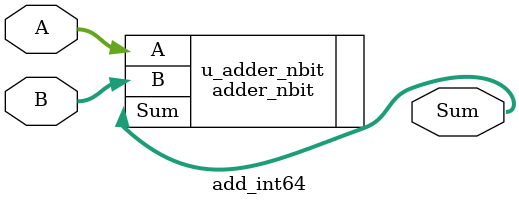
<source format=v>

module add_int64 #(
    parameter WIDTH = 64
)(
    input [WIDTH-1:0] A,
    input [WIDTH-1:0] B,
    output [WIDTH-1:0] Sum
);
    adder_nbit #(
        .WIDTH(WIDTH)
    ) u_adder_nbit (
        .A(A),
        .B(B),
        .Sum(Sum)
    );
endmodule

</source>
